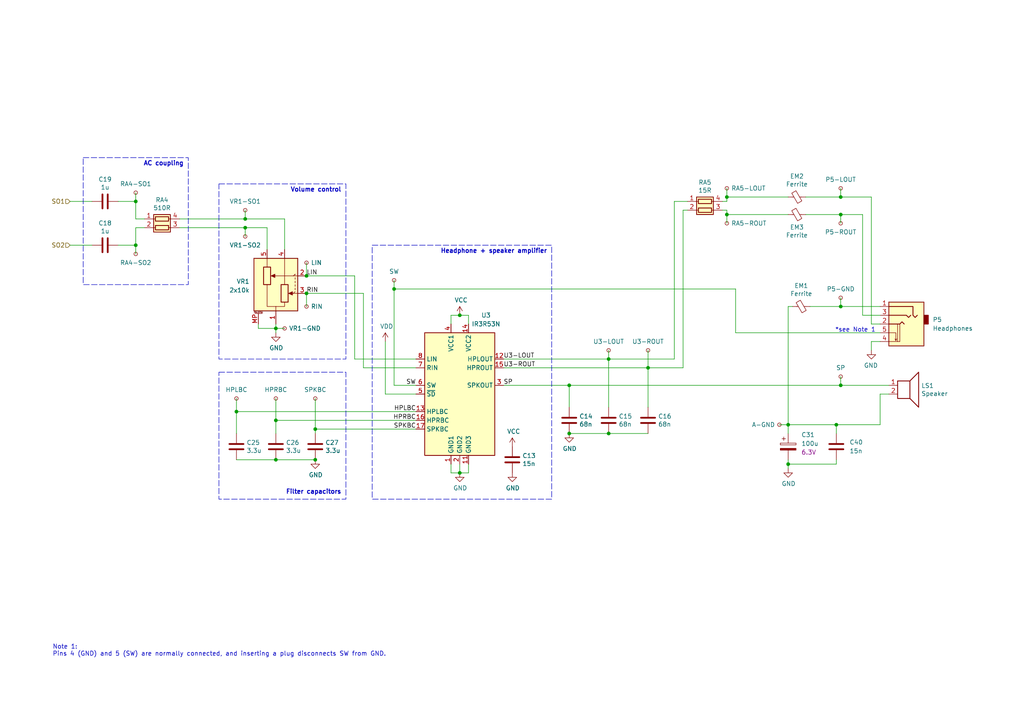
<source format=kicad_sch>
(kicad_sch (version 20230121) (generator eeschema)
  (paper "A4")
  (title_block (title "MGL-CPU-01") (date "2022-03-19") (rev "A") (company "https://gekkio.fi") (comment 1 "https://github.com/Gekkio/gb-schematics"))
  (lib_symbols
    (symbol "Connector:TestPoint_Small" (pin_numbers hide) (pin_names (offset 0.762) hide)
      (property "Reference" "TP" (at 0 3.81 0))
      (property "Value" "TestPoint_Small" (at 0 2.032 0))
      (symbol "TestPoint_Small_0_1"
        (circle (center 0 0) (radius 0.508))
      )
      (symbol "TestPoint_Small_1_1"
        (pin passive line (at 0 0 90) (length 0) (name "1") (number "1"))
      )
    )
    (symbol "Device:C" (pin_numbers hide) (pin_names (offset 0.254))
      (property "Reference" "C" (at 0.635 2.54 0))
      (property "Value" "C" (at 0.635 -2.54 0))
      (symbol "C_0_1"
        (polyline (pts (xy -2.032 -0.762) (xy 2.032 -0.762)) (stroke (width 0.508)))
        (polyline (pts (xy -2.032 0.762) (xy 2.032 0.762)) (stroke (width 0.508)))
      )
      (symbol "C_1_1"
        (pin passive line (at 0 3.81 270) (length 2.794) (name "~") (number "1"))
        (pin passive line (at 0 -3.81 90) (length 2.794) (name "~") (number "2"))
      )
    )
    (symbol "Device:C_Polarized" (pin_numbers hide) (pin_names (offset 0.254))
      (property "Reference" "C" (at 0.635 2.54 0))
      (property "Value" "C_Polarized" (at 0.635 -2.54 0))
      (symbol "C_Polarized_0_1"
        (rectangle (start -2.286 0.508) (end 2.286 1.016))
        (polyline (pts (xy -1.778 2.286) (xy -0.762 2.286)))
        (polyline (pts (xy -1.27 2.794) (xy -1.27 1.778)))
        (rectangle (start 2.286 -0.508) (end -2.286 -1.016) (fill (type outline)))
      )
      (symbol "C_Polarized_1_1"
        (pin passive line (at 0 3.81 270) (length 2.794) (name "~") (number "1"))
        (pin passive line (at 0 -3.81 90) (length 2.794) (name "~") (number "2"))
      )
    )
    (symbol "Device:FerriteBead_Small" (pin_numbers hide) (pin_names (offset 0))
      (property "Reference" "FB" (at 1.905 1.27 0))
      (property "Value" "FerriteBead_Small" (at 1.905 -1.27 0))
      (symbol "FerriteBead_Small_0_1"
        (polyline (pts (xy 0 -1.27) (xy 0 -0.7874)))
        (polyline (pts (xy 0 0.889) (xy 0 1.2954)))
        (polyline (pts (xy -1.8288 0.2794) (xy -1.1176 1.4986) (xy 1.8288 -0.2032) (xy 1.1176 -1.4224) (xy -1.8288 0.2794)))
      )
      (symbol "FerriteBead_Small_1_1"
        (pin passive line (at 0 2.54 270) (length 1.27) (name "~") (number "1"))
        (pin passive line (at 0 -2.54 90) (length 1.27) (name "~") (number "2"))
      )
    )
    (symbol "Device:R_Pack02" (pin_names (offset 0) hide)
      (property "Reference" "RN" (at -5.08 0 90))
      (property "Value" "R_Pack02" (at 2.54 0 90))
      (symbol "R_Pack02_0_1"
        (rectangle (start -3.81 -2.413) (end 1.27 2.413) (stroke (width 0.254)) (fill (type background)))
        (rectangle (start -3.175 1.905) (end -1.905 -1.905) (stroke (width 0.254)))
        (rectangle (start -0.635 1.905) (end 0.635 -1.905) (stroke (width 0.254)))
        (polyline (pts (xy -2.54 -2.54) (xy -2.54 -1.905)))
        (polyline (pts (xy -2.54 1.905) (xy -2.54 2.54)))
        (polyline (pts (xy 0 -2.54) (xy 0 -1.905)))
        (polyline (pts (xy 0 1.905) (xy 0 2.54)))
      )
      (symbol "R_Pack02_1_1"
        (pin passive line (at -2.54 -5.08 90) (length 2.54) (name "R1.1") (number "1"))
        (pin passive line (at 0 -5.08 90) (length 2.54) (name "R2.1") (number "2"))
        (pin passive line (at 0 5.08 270) (length 2.54) (name "R2.2") (number "3"))
        (pin passive line (at -2.54 5.08 270) (length 2.54) (name "R1.2") (number "4"))
      )
    )
    (symbol "Device:Speaker" (pin_names (offset 0) hide)
      (property "Reference" "LS" (at 1.27 5.715 0))
      (property "Value" "Speaker" (at 1.27 3.81 0))
      (symbol "Speaker_0_0"
        (rectangle (start -2.54 1.27) (end 1.016 -3.81) (stroke (width 0.254)))
        (polyline (pts (xy 1.016 1.27) (xy 3.556 3.81) (xy 3.556 -6.35) (xy 1.016 -3.81)) (stroke (width 0.254)))
      )
      (symbol "Speaker_1_1"
        (pin input line (at -5.08 0 0) (length 2.54) (name "1") (number "1"))
        (pin input line (at -5.08 -2.54 0) (length 2.54) (name "2") (number "2"))
      )
    )
    (symbol "Gekkio_Amplifier_Audio:IR3R53N"
      (property "Reference" "U" (at -10.16 19.05 0))
      (property "Value" "IR3R53N" (at 3.81 19.05 0))
      (symbol "IR3R53N_0_1"
        (rectangle (start -10.16 17.78) (end 10.16 -17.78) (stroke (width 0.254)) (fill (type background)))
      )
      (symbol "IR3R53N_1_1"
        (pin power_in line (at -2.54 -20.32 90) (length 2.54) (name "GND1") (number "1"))
        (pin no_connect line (at 10.16 -5.08 180) (length 2.54) hide (name "NC") (number "10"))
        (pin power_in line (at 2.54 -20.32 90) (length 2.54) (name "GND3") (number "11"))
        (pin output line (at 12.7 10.16 180) (length 2.54) (name "HPLOUT") (number "12"))
        (pin passive line (at -12.7 -5.08 0) (length 2.54) (name "HPLBC") (number "13"))
        (pin power_in line (at 2.54 20.32 270) (length 2.54) (name "VCC2") (number "14"))
        (pin output line (at 12.7 7.62 180) (length 2.54) (name "HPROUT") (number "15"))
        (pin passive line (at -12.7 -7.62 0) (length 2.54) (name "HPRBC") (number "16"))
        (pin passive line (at -12.7 -10.16 0) (length 2.54) (name "SPKBC") (number "17"))
        (pin no_connect line (at 10.16 -7.62 180) (length 2.54) hide (name "NC") (number "18"))
        (pin power_in line (at 0 -20.32 90) (length 2.54) (name "GND2") (number "2"))
        (pin output line (at 12.7 2.54 180) (length 2.54) (name "SPKOUT") (number "3"))
        (pin power_in line (at -2.54 20.32 270) (length 2.54) (name "VCC1") (number "4"))
        (pin input line (at -12.7 0 0) (length 2.54) (name "~{SD}") (number "5"))
        (pin input line (at -12.7 2.54 0) (length 2.54) (name "SW") (number "6"))
        (pin input line (at -12.7 7.62 0) (length 2.54) (name "RIN") (number "7"))
        (pin input line (at -12.7 10.16 0) (length 2.54) (name "LIN") (number "8"))
        (pin no_connect line (at 10.16 -2.54 180) (length 2.54) hide (name "NC") (number "9"))
      )
    )
    (symbol "Gekkio_Connector_Specialized:GameBoy_AudioJack3_SPST"
      (property "Reference" "J" (at 0 10.16 0))
      (property "Value" "GameBoy_AudioJack3_SPST" (at 0 7.62 0))
      (symbol "GameBoy_AudioJack3_SPST_0_1"
        (rectangle (start -6.35 2.54) (end -5.08 0) (stroke (width 0.254)) (fill (type outline)))
        (rectangle (start -5.08 6.35) (end 5.08 -6.35) (stroke (width 0.254)) (fill (type background)))
        (polyline (pts (xy 1.905 -5.08) (xy 1.905 0)))
        (polyline (pts (xy 2.54 -5.08) (xy 2.54 0)))
        (polyline (pts (xy 5.08 -5.08) (xy 1.905 -5.08)))
      )
      (symbol "GameBoy_AudioJack3_SPST_1_1"
        (polyline (pts (xy 3.048 -4.826) (xy 3.302 -4.318)))
        (polyline (pts (xy 0.635 0) (xy 1.27 0.635) (xy 1.905 0) (xy 5.08 0)) (stroke (width 0.254)))
        (polyline (pts (xy 5.08 -2.54) (xy 3.048 -2.54) (xy 3.048 -4.826) (xy 2.794 -4.318)))
        (polyline (pts (xy 5.08 2.54) (xy 0 2.54) (xy -0.635 1.905) (xy -1.27 2.54)) (stroke (width 0.254)))
        (polyline (pts (xy 5.08 5.08) (xy -1.905 5.08) (xy -1.905 2.54) (xy -2.54 1.905) (xy -3.175 2.54)) (stroke (width 0.254)))
        (pin passive line (at 7.62 5.08 180) (length 2.54) (name "~") (number "1"))
        (pin passive line (at 7.62 0 180) (length 2.54) (name "~") (number "2"))
        (pin passive line (at 7.62 2.54 180) (length 2.54) (name "~") (number "3"))
        (pin passive line (at 7.62 -5.08 180) (length 2.54) (name "~") (number "4"))
        (pin passive line (at 7.62 -2.54 180) (length 2.54) (name "~") (number "5"))
      )
    )
    (symbol "Gekkio_Device_Specialized:R_Potentiometer_GameBoy_Volume_MGB" (pin_names hide)
      (property "Reference" "RV" (at 0 -19.05 0))
      (property "Value" "R_Potentiometer_GameBoy_Volume_MGB" (at 0 -21.59 0))
      (symbol "R_Potentiometer_GameBoy_Volume_MGB_0_1"
        (rectangle (start -6.35 -7.62) (end 6.35 7.62) (stroke (width 0.254)) (fill (type background)))
        (rectangle (start -3.556 -5.08) (end -1.524 0) (stroke (width 0.254)))
        (polyline (pts (xy -6.35 -2.54) (xy -5.08 -2.54)) (stroke (width 0.1524)))
        (polyline (pts (xy -6.35 2.54) (xy -5.08 2.54)) (stroke (width 0.1524)))
        (polyline (pts (xy -5.588 -1.524) (xy -5.588 -1.016)))
        (polyline (pts (xy -5.588 -0.508) (xy -5.588 0)))
        (polyline (pts (xy -5.588 0.508) (xy -5.588 1.016)))
        (polyline (pts (xy -5.588 1.524) (xy -5.588 2.032)))
        (polyline (pts (xy -5.08 -2.54) (xy -5.588 -2.032)))
        (polyline (pts (xy -5.08 -2.54) (xy -4.826 -2.54)))
        (polyline (pts (xy -2.54 7.62) (xy -2.54 0)) (stroke (width 0.1524)))
        (polyline (pts (xy 0 -6.35) (xy 0 -7.62)) (stroke (width 0.1524)))
        (polyline (pts (xy 0.254 2.54) (xy -5.08 2.54)))
        (polyline (pts (xy 2.54 7.62) (xy 2.54 5.08)) (stroke (width 0.1524)))
        (polyline (pts (xy -5.588 2.794) (xy -5.588 3.048) (xy -5.08 2.54)))
        (polyline (pts (xy 0 -6.35) (xy -2.54 -6.35) (xy -2.54 -5.08)))
        (polyline (pts (xy 0 -6.35) (xy 2.54 -6.35) (xy 2.54 0)))
        (polyline (pts (xy -3.683 -2.54) (xy -4.826 -3.048) (xy -4.826 -2.032) (xy -3.683 -2.54)) (fill (type outline)))
        (polyline (pts (xy 1.397 2.54) (xy 0.254 2.032) (xy 0.254 3.048) (xy 1.397 2.54)) (fill (type outline)))
        (rectangle (start 1.524 0) (end 3.556 5.08) (stroke (width 0.254)))
      )
      (symbol "R_Potentiometer_GameBoy_Volume_MGB_1_1"
        (polyline (pts (xy 4.064 -8.382) (xy 6.096 -8.382)) (stroke (width 0.1524)))
        (text "Mounting" (at 5.08 -8.001 0) (effects (font (size 0.381 0.381))))
        (pin passive line (at 0 -11.43 90) (length 3.81) (name "4") (number "1"))
        (pin passive line (at -8.89 2.54 0) (length 2.54) (name "2") (number "2"))
        (pin passive line (at -8.89 -2.54 0) (length 2.54) (name "3") (number "3"))
        (pin passive line (at -2.54 10.16 270) (length 2.54) (name "4") (number "4"))
        (pin passive line (at 2.54 10.16 270) (length 2.54) (name "5") (number "5"))
        (pin passive line (at 5.08 -11.43 90) (length 3.048) (name "MountPin") (number "MP"))
      )
    )
    (symbol "power:GND" (power) (pin_names (offset 0))
      (property "Value" "GND" (at 0 -3.81 0))
      (symbol "GND_0_1"
        (polyline (pts (xy 0 0) (xy 0 -1.27) (xy 1.27 -1.27) (xy 0 -2.54) (xy -1.27 -1.27) (xy 0 -1.27)))
      )
      (symbol "GND_1_1"
        (pin power_in line (at 0 0 270) (length 0) hide (name "GND") (number "1"))
      )
    )
    (symbol "power:VCC" (power) (pin_names (offset 0))
      (property "Value" "VCC" (at 0 3.81 0))
      (symbol "VCC_0_1"
        (polyline (pts (xy -0.762 1.27) (xy 0 2.54)))
        (polyline (pts (xy 0 0) (xy 0 2.54)))
        (polyline (pts (xy 0 2.54) (xy 0.762 1.27)))
      )
      (symbol "VCC_1_1"
        (pin power_in line (at 0 0 90) (length 0) hide (name "VCC") (number "1"))
      )
    )
    (symbol "power:VDD" (power) (pin_names (offset 0))
      (property "Value" "VDD" (at 0 3.81 0))
      (symbol "VDD_0_1"
        (polyline (pts (xy -0.762 1.27) (xy 0 2.54)))
        (polyline (pts (xy 0 0) (xy 0 2.54)))
        (polyline (pts (xy 0 2.54) (xy 0.762 1.27)))
      )
      (symbol "VDD_1_1"
        (pin power_in line (at 0 0 90) (length 0) hide (name "VDD") (number "1"))
      )
    )
  )
  (junction (at 133.35 91.44))
  (junction (at 39.37 58.42))
  (junction (at 228.6 134.62))
  (junction (at 114.3 83.82))
  (junction (at 91.44 133.35))
  (junction (at 242.57 123.19))
  (junction (at 243.84 111.76))
  (junction (at 243.84 62.23))
  (junction (at 210.82 62.23))
  (junction (at 228.6 123.19))
  (junction (at 88.9 80.01))
  (junction (at 91.44 124.46))
  (junction (at 165.1 125.73))
  (junction (at 39.37 71.12))
  (junction (at 68.58 119.38))
  (junction (at 165.1 111.76))
  (junction (at 187.96 106.68))
  (junction (at 80.01 133.35))
  (junction (at 243.84 88.9))
  (junction (at 80.01 121.92))
  (junction (at 176.53 104.14))
  (junction (at 71.12 66.04))
  (junction (at 80.01 95.25))
  (junction (at 243.84 57.15))
  (junction (at 133.35 137.16))
  (junction (at 210.82 57.15))
  (junction (at 88.9 85.09))
  (junction (at 176.53 125.73))
  (junction (at 71.12 63.5))
  (wire (pts (xy 80.01 95.25) (xy 82.55 95.25)))
  (wire (pts (xy 68.58 133.35) (xy 80.01 133.35)))
  (wire (pts (xy 74.93 93.98) (xy 74.93 95.25)))
  (wire (pts (xy 130.81 134.62) (xy 130.81 137.16)))
  (wire (pts (xy 130.81 137.16) (xy 133.35 137.16)))
  (wire (pts (xy 209.55 60.96) (xy 210.82 60.96)))
  (wire (pts (xy 68.58 119.38) (xy 68.58 125.73)))
  (wire (pts (xy 252.73 57.15) (xy 243.84 57.15)))
  (wire (pts (xy 228.6 57.15) (xy 210.82 57.15)))
  (wire (pts (xy 20.32 58.42) (xy 26.67 58.42)))
  (wire (pts (xy 91.44 124.46) (xy 120.65 124.46)))
  (wire (pts (xy 255.27 93.98) (xy 252.73 93.98)))
  (wire (pts (xy 39.37 66.04) (xy 39.37 71.12)))
  (wire (pts (xy 102.87 80.01) (xy 102.87 104.14)))
  (wire (pts (xy 233.68 62.23) (xy 243.84 62.23)))
  (wire (pts (xy 20.32 71.12) (xy 26.67 71.12)))
  (wire (pts (xy 68.58 115.57) (xy 68.58 119.38)))
  (wire (pts (xy 243.84 111.76) (xy 257.81 111.76)))
  (wire (pts (xy 39.37 55.88) (xy 39.37 58.42)))
  (wire (pts (xy 74.93 95.25) (xy 80.01 95.25)))
  (wire (pts (xy 176.53 118.11) (xy 176.53 104.14)))
  (wire (pts (xy 210.82 62.23) (xy 210.82 64.77)))
  (wire (pts (xy 135.89 91.44) (xy 135.89 93.98)))
  (wire (pts (xy 228.6 134.62) (xy 242.57 134.62)))
  (wire (pts (xy 88.9 85.09) (xy 105.41 85.09)))
  (wire (pts (xy 68.58 119.38) (xy 120.65 119.38)))
  (wire (pts (xy 130.81 91.44) (xy 133.35 91.44)))
  (wire (pts (xy 165.1 111.76) (xy 165.1 118.11)))
  (wire (pts (xy 146.05 106.68) (xy 187.96 106.68)))
  (wire (pts (xy 133.35 134.62) (xy 133.35 137.16)))
  (wire (pts (xy 233.68 57.15) (xy 243.84 57.15)))
  (wire (pts (xy 255.27 114.3) (xy 255.27 123.19)))
  (wire (pts (xy 228.6 123.19) (xy 242.57 123.19)))
  (wire (pts (xy 210.82 57.15) (xy 210.82 58.42)))
  (wire (pts (xy 176.53 101.6) (xy 176.53 104.14)))
  (wire (pts (xy 39.37 73.66) (xy 39.37 71.12)))
  (wire (pts (xy 80.01 93.98) (xy 80.01 95.25)))
  (wire (pts (xy 135.89 134.62) (xy 135.89 137.16)))
  (wire (pts (xy 39.37 58.42) (xy 39.37 63.5)))
  (wire (pts (xy 133.35 137.16) (xy 135.89 137.16)))
  (wire (pts (xy 229.87 88.9) (xy 228.6 88.9)))
  (wire (pts (xy 252.73 57.15) (xy 252.73 93.98)))
  (wire (pts (xy 252.73 99.06) (xy 252.73 101.6)))
  (wire (pts (xy 114.3 81.28) (xy 114.3 83.82)))
  (wire (pts (xy 39.37 63.5) (xy 41.91 63.5)))
  (wire (pts (xy 114.3 83.82) (xy 213.36 83.82)))
  (wire (pts (xy 91.44 133.35) (xy 80.01 133.35)))
  (wire (pts (xy 114.3 83.82) (xy 114.3 111.76)))
  (wire (pts (xy 80.01 95.25) (xy 80.01 96.52)))
  (wire (pts (xy 165.1 111.76) (xy 243.84 111.76)))
  (wire (pts (xy 210.82 58.42) (xy 209.55 58.42)))
  (wire (pts (xy 198.12 60.96) (xy 199.39 60.96)))
  (wire (pts (xy 250.19 62.23) (xy 250.19 91.44)))
  (wire (pts (xy 257.81 114.3) (xy 255.27 114.3)))
  (wire (pts (xy 243.84 88.9) (xy 255.27 88.9)))
  (wire (pts (xy 195.58 104.14) (xy 195.58 58.42)))
  (wire (pts (xy 210.82 60.96) (xy 210.82 62.23)))
  (wire (pts (xy 213.36 83.82) (xy 213.36 96.52)))
  (wire (pts (xy 114.3 111.76) (xy 120.65 111.76)))
  (wire (pts (xy 130.81 91.44) (xy 130.81 93.98)))
  (wire (pts (xy 34.29 58.42) (xy 39.37 58.42)))
  (wire (pts (xy 133.35 91.44) (xy 135.89 91.44)))
  (wire (pts (xy 71.12 66.04) (xy 71.12 68.58)))
  (wire (pts (xy 80.01 121.92) (xy 80.01 125.73)))
  (wire (pts (xy 91.44 124.46) (xy 91.44 125.73)))
  (wire (pts (xy 210.82 62.23) (xy 228.6 62.23)))
  (wire (pts (xy 242.57 123.19) (xy 242.57 125.73)))
  (wire (pts (xy 71.12 60.96) (xy 71.12 63.5)))
  (wire (pts (xy 176.53 104.14) (xy 195.58 104.14)))
  (wire (pts (xy 80.01 115.57) (xy 80.01 121.92)))
  (wire (pts (xy 228.6 123.19) (xy 228.6 125.73)))
  (wire (pts (xy 105.41 106.68) (xy 120.65 106.68)))
  (wire (pts (xy 226.06 123.19) (xy 228.6 123.19)))
  (wire (pts (xy 255.27 99.06) (xy 252.73 99.06)))
  (wire (pts (xy 77.47 66.04) (xy 71.12 66.04)))
  (wire (pts (xy 71.12 63.5) (xy 82.55 63.5)))
  (wire (pts (xy 198.12 106.68) (xy 187.96 106.68)))
  (wire (pts (xy 52.07 66.04) (xy 71.12 66.04)))
  (wire (pts (xy 88.9 80.01) (xy 102.87 80.01)))
  (wire (pts (xy 228.6 134.62) (xy 228.6 135.89)))
  (wire (pts (xy 242.57 134.62) (xy 242.57 133.35)))
  (wire (pts (xy 243.84 57.15) (xy 243.84 54.61)))
  (wire (pts (xy 176.53 125.73) (xy 187.96 125.73)))
  (wire (pts (xy 111.76 114.3) (xy 120.65 114.3)))
  (wire (pts (xy 82.55 63.5) (xy 82.55 72.39)))
  (wire (pts (xy 243.84 62.23) (xy 243.84 64.77)))
  (wire (pts (xy 39.37 71.12) (xy 34.29 71.12)))
  (wire (pts (xy 187.96 101.6) (xy 187.96 106.68)))
  (wire (pts (xy 213.36 96.52) (xy 255.27 96.52)))
  (wire (pts (xy 198.12 60.96) (xy 198.12 106.68)))
  (wire (pts (xy 187.96 118.11) (xy 187.96 106.68)))
  (wire (pts (xy 228.6 133.35) (xy 228.6 134.62)))
  (wire (pts (xy 250.19 62.23) (xy 243.84 62.23)))
  (wire (pts (xy 102.87 104.14) (xy 120.65 104.14)))
  (wire (pts (xy 146.05 111.76) (xy 165.1 111.76)))
  (wire (pts (xy 88.9 76.2) (xy 88.9 80.01)))
  (wire (pts (xy 195.58 58.42) (xy 199.39 58.42)))
  (wire (pts (xy 105.41 85.09) (xy 105.41 106.68)))
  (wire (pts (xy 146.05 104.14) (xy 176.53 104.14)))
  (wire (pts (xy 52.07 63.5) (xy 71.12 63.5)))
  (wire (pts (xy 88.9 85.09) (xy 88.9 88.9)))
  (wire (pts (xy 243.84 88.9) (xy 234.95 88.9)))
  (wire (pts (xy 80.01 121.92) (xy 120.65 121.92)))
  (wire (pts (xy 228.6 88.9) (xy 228.6 123.19)))
  (wire (pts (xy 210.82 54.61) (xy 210.82 57.15)))
  (wire (pts (xy 77.47 66.04) (xy 77.47 72.39)))
  (wire (pts (xy 242.57 123.19) (xy 255.27 123.19)))
  (wire (pts (xy 243.84 86.36) (xy 243.84 88.9)))
  (wire (pts (xy 255.27 91.44) (xy 250.19 91.44)))
  (wire (pts (xy 243.84 109.22) (xy 243.84 111.76)))
  (wire (pts (xy 165.1 125.73) (xy 176.53 125.73)))
  (wire (pts (xy 41.91 66.04) (xy 39.37 66.04)))
  (wire (pts (xy 111.76 99.06) (xy 111.76 114.3)))
  (wire (pts (xy 91.44 115.57) (xy 91.44 124.46)))
  (rectangle (start 63.5 107.95) (end 100.33 144.78) (stroke (width 0) (type dash)))
  (rectangle (start 24.13 45.72) (end 54.61 82.55) (stroke (width 0) (type dash)))
  (rectangle (start 107.95 71.12) (end 160.02 144.78) (stroke (width 0) (type dash)))
  (rectangle (start 63.5 53.34) (end 100.33 104.14) (stroke (width 0) (type dash)))
  (text "Note 1:\nPins 4 (GND) and 5 (SW) are normally connected, and inserting a plug disconnects SW from GND." (at 15.24 190.5 0) (effects (font (size 1.27 1.27)) (justify left bottom)))
  (text "*see Note 1" (at 254 96.52 0) (effects (font (size 1.27 1.27)) (justify right bottom)))
  (text "Headphone + speaker amplifier" (at 158.75 73.66 0) (effects (font (size 1.27 1.27) (thickness 0.254) bold) (justify right bottom)))
  (text "AC coupling" (at 53.34 48.26 0) (effects (font (size 1.27 1.27) (thickness 0.254) bold) (justify right bottom)))
  (text "Filter capacitors" (at 99.06 143.51 0) (effects (font (size 1.27 1.27) (thickness 0.254) bold) (justify right bottom)))
  (text "Volume control" (at 99.06 55.88 0) (effects (font (size 1.27 1.27) (thickness 0.254) bold) (justify right bottom)))
  (label "U3-LOUT" (at 146.05 104.14 0))
  (label "RIN" (at 88.9 85.09 0))
  (label "LIN" (at 88.9 80.01 0))
  (label "SPKBC" (at 120.65 124.46 180))
  (label "HPRBC" (at 120.65 121.92 180))
  (label "SP" (at 146.05 111.76 0))
  (label "U3-ROUT" (at 146.05 106.68 0))
  (label "SW" (at 120.65 111.76 180))
  (label "HPLBC" (at 120.65 119.38 180))
  (hierarchical_label "SO2" (shape input) (at 20.32 71.12 180))
  (hierarchical_label "SO1" (shape input) (at 20.32 58.42 180))
  (symbol (lib_id "Device:C") (at 30.48 58.42 270) (unit 1)
    (property "Reference" "C19" (at 30.48 52.0192 90))
    (property "Value" "1u" (at 30.48 54.3306 90))
  )
  (symbol (lib_id "Device:C") (at 30.48 71.12 270) (unit 1)
    (property "Reference" "C18" (at 30.48 64.7192 90))
    (property "Value" "1u" (at 30.48 67.0306 90))
  )
  (symbol (lib_id "Device:R_Pack02") (at 46.99 66.04 270) (unit 1)
    (property "Reference" "RA4" (at 46.99 57.9882 90))
    (property "Value" "510R" (at 46.99 60.2996 90))
  )
  (symbol (lib_id "Connector:TestPoint_Small") (at 39.37 55.88 90) (unit 1)
    (property "Reference" "TP49" (effects hide))
    (property "Value" "RA4-SO1" (at 39.37 53.34 90))
  )
  (symbol (lib_id "Connector:TestPoint_Small") (at 39.37 73.66 90) (unit 1)
    (property "Reference" "TP50" (effects hide))
    (property "Value" "RA4-SO2" (at 39.37 76.2 90))
  )
  (symbol (lib_id "Connector:TestPoint_Small") (at 71.12 60.96 90) (unit 1)
    (property "Reference" "TP52" (effects hide))
    (property "Value" "VR1-SO1" (at 71.12 58.42 90))
  )
  (symbol (lib_id "Connector:TestPoint_Small") (at 71.12 68.58 90) (unit 1)
    (property "Reference" "TP53" (effects hide))
    (property "Value" "VR1-SO2" (at 71.12 71.12 90))
  )
  (symbol (lib_id "Connector:TestPoint_Small") (at 82.55 95.25 0) (unit 1)
    (property "Reference" "TP48" (effects hide))
    (property "Value" "VR1-GND" (at 83.82 95.2499 0) (effects (justify left)))
  )
  (symbol (lib_id "Connector:TestPoint_Small") (at 88.9 76.2 180) (unit 1)
    (property "Reference" "TP47" (effects hide))
    (property "Value" "LIN" (at 90.17 76.1999 0) (effects (justify right)))
  )
  (symbol (lib_id "Connector:TestPoint_Small") (at 88.9 88.9 180) (unit 1)
    (property "Reference" "TP51" (effects hide))
    (property "Value" "RIN" (at 90.17 88.8999 0) (effects (justify right)))
  )
  (symbol (lib_id "Device:C") (at 176.53 121.92 0) (unit 1)
    (property "Reference" "C15" (at 179.451 120.7516 0) (effects (justify left)))
    (property "Value" "68n" (at 179.451 123.063 0) (effects (justify left)))
  )
  (symbol (lib_id "Device:C") (at 187.96 121.92 0) (unit 1)
    (property "Reference" "C16" (at 190.881 120.7516 0) (effects (justify left)))
    (property "Value" "68n" (at 190.881 123.063 0) (effects (justify left)))
  )
  (symbol (lib_id "Device:C") (at 80.01 129.54 0) (unit 1)
    (property "Reference" "C26" (at 82.931 128.3716 0) (effects (justify left)))
    (property "Value" "3.3u" (at 82.931 130.683 0) (effects (justify left)))
  )
  (symbol (lib_id "Device:C") (at 91.44 129.54 0) (unit 1)
    (property "Reference" "C27" (at 94.361 128.3716 0) (effects (justify left)))
    (property "Value" "3.3u" (at 94.361 130.683 0) (effects (justify left)))
  )
  (symbol (lib_id "Device:C") (at 68.58 129.54 0) (unit 1)
    (property "Reference" "C25" (at 71.501 128.3716 0) (effects (justify left)))
    (property "Value" "3.3u" (at 71.501 130.683 0) (effects (justify left)))
  )
  (symbol (lib_id "Gekkio_Amplifier_Audio:IR3R53N") (at 133.35 114.3 0) (unit 1)
    (property "Reference" "U3" (at 140.97 91.44 0))
    (property "Value" "IR3R53N" (at 140.97 93.98 0))
    (property "Footprint" "Gekkio_Package_SO:Sharp_SSOP-18_6x7.4mm_P0.8mm" (effects hide))
  )
  (symbol (lib_id "power:GND") (at 133.35 137.16 0) (unit 1)
    (property "Reference" "#PWR0104" (effects hide))
    (property "Value" "GND" (at 133.477 141.5542 0))
  )
  (symbol (lib_id "power:VCC") (at 133.35 91.44 0) (unit 1)
    (property "Reference" "#PWR0110" (effects hide))
    (property "Value" "VCC" (at 133.731 87.0458 0))
  )
  (symbol (lib_id "power:VDD") (at 111.76 99.06 0) (unit 1)
    (property "Reference" "#PWR0121" (effects hide))
    (property "Value" "VDD" (at 112.141 94.6658 0))
  )
  (symbol (lib_id "power:GND") (at 91.44 133.35 0) (unit 1)
    (property "Reference" "#PWR0122" (effects hide))
    (property "Value" "GND" (at 91.567 137.7442 0))
  )
  (symbol (lib_id "Connector:TestPoint_Small") (at 68.58 115.57 90) (unit 1)
    (property "Reference" "TP54" (effects hide))
    (property "Value" "HPLBC" (at 68.58 113.03 90))
  )
  (symbol (lib_id "Connector:TestPoint_Small") (at 80.01 115.57 90) (unit 1)
    (property "Reference" "TP85" (effects hide))
    (property "Value" "HPRBC" (at 80.01 113.03 90))
  )
  (symbol (lib_id "Connector:TestPoint_Small") (at 91.44 115.57 90) (unit 1)
    (property "Reference" "TP86" (effects hide))
    (property "Value" "SPKBC" (at 91.44 113.03 90))
  )
  (symbol (lib_id "Connector:TestPoint_Small") (at 114.3 81.28 90) (unit 1)
    (property "Reference" "TP87" (effects hide))
    (property "Value" "SW" (at 114.3 78.74 90))
  )
  (symbol (lib_id "Connector:TestPoint_Small") (at 210.82 54.61 180) (unit 1)
    (property "Reference" "TP90" (effects hide))
    (property "Value" "RA5-LOUT" (at 212.09 54.6099 0) (effects (justify right)))
  )
  (symbol (lib_id "Connector:TestPoint_Small") (at 210.82 64.77 180) (unit 1)
    (property "Reference" "TP91" (effects hide))
    (property "Value" "RA5-ROUT" (at 212.09 64.7699 0) (effects (justify right)))
  )
  (symbol (lib_id "Connector:TestPoint_Small") (at 243.84 109.22 90) (unit 1)
    (property "Reference" "TP96" (effects hide))
    (property "Value" "SP" (at 243.84 106.68 90))
  )
  (symbol (lib_id "Connector:TestPoint_Small") (at 226.06 123.19 180) (unit 1)
    (property "Reference" "TP92" (effects hide))
    (property "Value" "A-GND" (at 224.79 123.1899 0) (effects (justify left)))
  )
  (symbol (lib_id "Connector:TestPoint_Small") (at 243.84 86.36 0) (unit 1)
    (property "Reference" "TP95" (effects hide))
    (property "Value" "P5-GND" (at 243.84 83.82 0))
  )
  (symbol (lib_id "Connector:TestPoint_Small") (at 243.84 54.61 90) (unit 1)
    (property "Reference" "TP93" (effects hide))
    (property "Value" "P5-LOUT" (at 243.84 52.07 90))
  )
  (symbol (lib_id "Connector:TestPoint_Small") (at 243.84 64.77 270) (unit 1)
    (property "Reference" "TP94" (effects hide))
    (property "Value" "P5-ROUT" (at 243.84 67.31 90))
  )
  (symbol (lib_id "Connector:TestPoint_Small") (at 176.53 101.6 90) (unit 1)
    (property "Reference" "TP88" (effects hide))
    (property "Value" "U3-LOUT" (at 176.53 99.06 90))
  )
  (symbol (lib_id "Connector:TestPoint_Small") (at 187.96 101.6 90) (unit 1)
    (property "Reference" "TP89" (effects hide))
    (property "Value" "U3-ROUT" (at 187.96 99.06 90))
  )
  (symbol (lib_id "Gekkio_Device_Specialized:R_Potentiometer_GameBoy_Volume_MGB") (at 80.01 82.55 0) (mirror y) (unit 1)
    (property "Reference" "VR1" (at 72.39 81.6356 0) (effects (justify left)))
    (property "Value" "2x10k" (at 72.39 84.1756 0) (effects (justify left)))
  )
  (symbol (lib_id "power:GND") (at 80.01 96.52 0) (unit 1)
    (property "Reference" "#PWR0134" (effects hide))
    (property "Value" "GND" (at 80.137 100.9142 0))
  )
  (symbol (lib_id "Device:Speaker") (at 262.89 111.76 0) (unit 1)
    (property "Reference" "LS1" (at 267.208 111.8616 0) (effects (justify left)))
    (property "Value" "Speaker" (at 267.208 114.173 0) (effects (justify left)))
  )
  (symbol (lib_id "Device:C_Polarized") (at 228.6 129.54 0) (unit 1)
    (property "Reference" "C31" (at 232.41 126.1109 0) (effects (justify left)))
    (property "Value" "100u" (at 232.41 128.6509 0) (effects (justify left)))
    (property "Rating" "6.3V" (at 232.41 131.1909 0) (effects (justify left)))
  )
  (symbol (lib_id "power:GND") (at 228.6 135.89 0) (unit 1)
    (property "Reference" "#PWR0119" (effects hide))
    (property "Value" "GND" (at 228.727 140.2842 0))
  )
  (symbol (lib_id "Gekkio_Connector_Specialized:GameBoy_AudioJack3_SPST") (at 262.89 93.98 0) (mirror y) (unit 1)
    (property "Reference" "P5" (at 270.51 92.7099 0) (effects (justify right)))
    (property "Value" "Headphones" (at 270.51 95.2499 0) (effects (justify right)))
  )
  (symbol (lib_id "power:GND") (at 252.73 101.6 0) (mirror y) (unit 1)
    (property "Reference" "#PWR0120" (effects hide))
    (property "Value" "GND" (at 252.603 105.9942 0))
  )
  (symbol (lib_id "Device:FerriteBead_Small") (at 232.41 88.9 90) (mirror x) (unit 1)
    (property "Reference" "EM1" (at 232.41 82.8802 90))
    (property "Value" "Ferrite" (at 232.41 85.1916 90))
  )
  (symbol (lib_id "Device:FerriteBead_Small") (at 231.14 57.15 90) (mirror x) (unit 1)
    (property "Reference" "EM2" (at 231.14 51.1302 90))
    (property "Value" "Ferrite" (at 231.14 53.4416 90))
  )
  (symbol (lib_id "Device:FerriteBead_Small") (at 231.14 62.23 90) (mirror x) (unit 1)
    (property "Reference" "EM3" (at 231.14 65.913 90))
    (property "Value" "Ferrite" (at 231.14 68.2244 90))
  )
  (symbol (lib_id "Device:R_Pack02") (at 204.47 60.96 270) (unit 1)
    (property "Reference" "RA5" (at 204.47 52.9082 90))
    (property "Value" "15R" (at 204.47 55.2196 90))
  )
  (symbol (lib_id "Device:C") (at 165.1 121.92 0) (unit 1)
    (property "Reference" "C14" (at 168.021 120.7516 0) (effects (justify left)))
    (property "Value" "68n" (at 168.021 123.063 0) (effects (justify left)))
  )
  (symbol (lib_id "power:GND") (at 165.1 125.73 0) (unit 1)
    (property "Reference" "#PWR0126" (effects hide))
    (property "Value" "GND" (at 165.227 130.1242 0))
  )
  (symbol (lib_id "Device:C") (at 148.59 133.35 0) (unit 1)
    (property "Reference" "C13" (at 151.511 132.1816 0) (effects (justify left)))
    (property "Value" "15n" (at 151.511 134.493 0) (effects (justify left)))
  )
  (symbol (lib_id "power:VCC") (at 148.59 129.54 0) (unit 1)
    (property "Reference" "#PWR0127" (effects hide))
    (property "Value" "VCC" (at 148.971 125.1458 0))
  )
  (symbol (lib_id "power:GND") (at 148.59 137.16 0) (unit 1)
    (property "Reference" "#PWR0128" (effects hide))
    (property "Value" "GND" (at 148.717 141.5542 0))
  )
  (symbol (lib_id "Device:C") (at 242.57 129.54 0) (unit 1)
    (property "Reference" "C40" (at 246.38 128.2699 0) (effects (justify left)))
    (property "Value" "15n" (at 246.38 130.8099 0) (effects (justify left)))
  )
)
</source>
